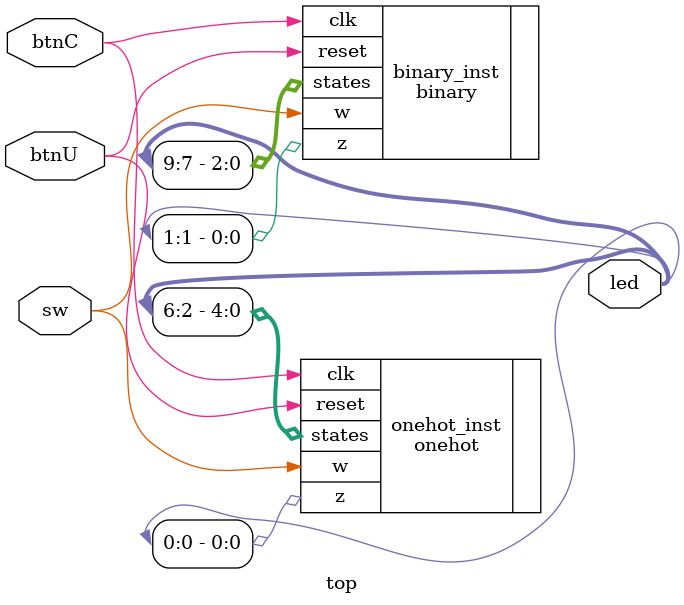
<source format=v>
module top(
    input sw, // w
    output [9:0] led, // see IO table
    input btnC, // clk
    input btnU // reset
);
    
    onehot onehot_inst(
        .w(sw),
        .clk(btnC),
        .reset(btnU),
        .z(led[0]),
        .states(led[6:2])
    );
    
    binary binary_inst(
        .w(sw),
        .clk(btnC),
        .z(led[1]),
        .reset(btnU),
        .states(led[9:7])
    );

endmodule
</source>
